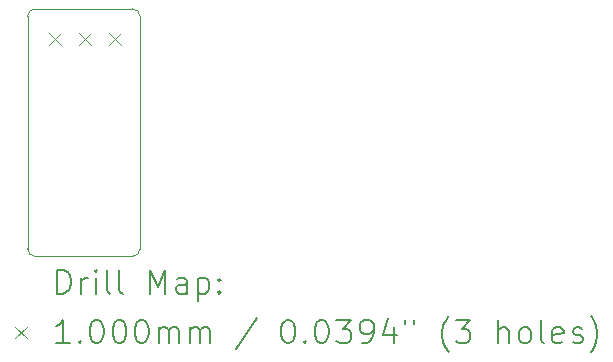
<source format=gbr>
%FSLAX45Y45*%
G04 Gerber Fmt 4.5, Leading zero omitted, Abs format (unit mm)*
G04 Created by KiCad (PCBNEW (6.0.2)) date 2022-09-22 18:35:55*
%MOMM*%
%LPD*%
G01*
G04 APERTURE LIST*
%TA.AperFunction,Profile*%
%ADD10C,0.100000*%
%TD*%
%ADD11C,0.200000*%
%ADD12C,0.100000*%
G04 APERTURE END LIST*
D10*
X15176500Y-10350500D02*
X14351000Y-10350500D01*
X14351000Y-8255000D02*
X15176500Y-8255000D01*
X15240000Y-8318500D02*
X15240000Y-10287000D01*
X15240000Y-8318500D02*
G75*
G03*
X15176500Y-8255000I-63500J0D01*
G01*
X14287500Y-10287000D02*
X14287500Y-8318500D01*
X14351000Y-8255000D02*
G75*
G03*
X14287500Y-8318500I0J-63500D01*
G01*
X14287500Y-10287000D02*
G75*
G03*
X14351000Y-10350500I63500J0D01*
G01*
X15176500Y-10350500D02*
G75*
G03*
X15240000Y-10287000I0J63500D01*
G01*
D11*
D12*
X14467600Y-8459000D02*
X14567600Y-8559000D01*
X14567600Y-8459000D02*
X14467600Y-8559000D01*
X14721600Y-8459000D02*
X14821600Y-8559000D01*
X14821600Y-8459000D02*
X14721600Y-8559000D01*
X14975600Y-8459000D02*
X15075600Y-8559000D01*
X15075600Y-8459000D02*
X14975600Y-8559000D01*
D11*
X14540119Y-10665976D02*
X14540119Y-10465976D01*
X14587738Y-10465976D01*
X14616309Y-10475500D01*
X14635357Y-10494548D01*
X14644881Y-10513595D01*
X14654405Y-10551690D01*
X14654405Y-10580262D01*
X14644881Y-10618357D01*
X14635357Y-10637405D01*
X14616309Y-10656452D01*
X14587738Y-10665976D01*
X14540119Y-10665976D01*
X14740119Y-10665976D02*
X14740119Y-10532643D01*
X14740119Y-10570738D02*
X14749643Y-10551690D01*
X14759167Y-10542167D01*
X14778214Y-10532643D01*
X14797262Y-10532643D01*
X14863928Y-10665976D02*
X14863928Y-10532643D01*
X14863928Y-10465976D02*
X14854405Y-10475500D01*
X14863928Y-10485024D01*
X14873452Y-10475500D01*
X14863928Y-10465976D01*
X14863928Y-10485024D01*
X14987738Y-10665976D02*
X14968690Y-10656452D01*
X14959167Y-10637405D01*
X14959167Y-10465976D01*
X15092500Y-10665976D02*
X15073452Y-10656452D01*
X15063928Y-10637405D01*
X15063928Y-10465976D01*
X15321071Y-10665976D02*
X15321071Y-10465976D01*
X15387738Y-10608833D01*
X15454405Y-10465976D01*
X15454405Y-10665976D01*
X15635357Y-10665976D02*
X15635357Y-10561214D01*
X15625833Y-10542167D01*
X15606786Y-10532643D01*
X15568690Y-10532643D01*
X15549643Y-10542167D01*
X15635357Y-10656452D02*
X15616309Y-10665976D01*
X15568690Y-10665976D01*
X15549643Y-10656452D01*
X15540119Y-10637405D01*
X15540119Y-10618357D01*
X15549643Y-10599310D01*
X15568690Y-10589786D01*
X15616309Y-10589786D01*
X15635357Y-10580262D01*
X15730595Y-10532643D02*
X15730595Y-10732643D01*
X15730595Y-10542167D02*
X15749643Y-10532643D01*
X15787738Y-10532643D01*
X15806786Y-10542167D01*
X15816309Y-10551690D01*
X15825833Y-10570738D01*
X15825833Y-10627881D01*
X15816309Y-10646929D01*
X15806786Y-10656452D01*
X15787738Y-10665976D01*
X15749643Y-10665976D01*
X15730595Y-10656452D01*
X15911548Y-10646929D02*
X15921071Y-10656452D01*
X15911548Y-10665976D01*
X15902024Y-10656452D01*
X15911548Y-10646929D01*
X15911548Y-10665976D01*
X15911548Y-10542167D02*
X15921071Y-10551690D01*
X15911548Y-10561214D01*
X15902024Y-10551690D01*
X15911548Y-10542167D01*
X15911548Y-10561214D01*
D12*
X14182500Y-10945500D02*
X14282500Y-11045500D01*
X14282500Y-10945500D02*
X14182500Y-11045500D01*
D11*
X14644881Y-11085976D02*
X14530595Y-11085976D01*
X14587738Y-11085976D02*
X14587738Y-10885976D01*
X14568690Y-10914548D01*
X14549643Y-10933595D01*
X14530595Y-10943119D01*
X14730595Y-11066929D02*
X14740119Y-11076452D01*
X14730595Y-11085976D01*
X14721071Y-11076452D01*
X14730595Y-11066929D01*
X14730595Y-11085976D01*
X14863928Y-10885976D02*
X14882976Y-10885976D01*
X14902024Y-10895500D01*
X14911548Y-10905024D01*
X14921071Y-10924071D01*
X14930595Y-10962167D01*
X14930595Y-11009786D01*
X14921071Y-11047881D01*
X14911548Y-11066929D01*
X14902024Y-11076452D01*
X14882976Y-11085976D01*
X14863928Y-11085976D01*
X14844881Y-11076452D01*
X14835357Y-11066929D01*
X14825833Y-11047881D01*
X14816309Y-11009786D01*
X14816309Y-10962167D01*
X14825833Y-10924071D01*
X14835357Y-10905024D01*
X14844881Y-10895500D01*
X14863928Y-10885976D01*
X15054405Y-10885976D02*
X15073452Y-10885976D01*
X15092500Y-10895500D01*
X15102024Y-10905024D01*
X15111548Y-10924071D01*
X15121071Y-10962167D01*
X15121071Y-11009786D01*
X15111548Y-11047881D01*
X15102024Y-11066929D01*
X15092500Y-11076452D01*
X15073452Y-11085976D01*
X15054405Y-11085976D01*
X15035357Y-11076452D01*
X15025833Y-11066929D01*
X15016309Y-11047881D01*
X15006786Y-11009786D01*
X15006786Y-10962167D01*
X15016309Y-10924071D01*
X15025833Y-10905024D01*
X15035357Y-10895500D01*
X15054405Y-10885976D01*
X15244881Y-10885976D02*
X15263928Y-10885976D01*
X15282976Y-10895500D01*
X15292500Y-10905024D01*
X15302024Y-10924071D01*
X15311548Y-10962167D01*
X15311548Y-11009786D01*
X15302024Y-11047881D01*
X15292500Y-11066929D01*
X15282976Y-11076452D01*
X15263928Y-11085976D01*
X15244881Y-11085976D01*
X15225833Y-11076452D01*
X15216309Y-11066929D01*
X15206786Y-11047881D01*
X15197262Y-11009786D01*
X15197262Y-10962167D01*
X15206786Y-10924071D01*
X15216309Y-10905024D01*
X15225833Y-10895500D01*
X15244881Y-10885976D01*
X15397262Y-11085976D02*
X15397262Y-10952643D01*
X15397262Y-10971690D02*
X15406786Y-10962167D01*
X15425833Y-10952643D01*
X15454405Y-10952643D01*
X15473452Y-10962167D01*
X15482976Y-10981214D01*
X15482976Y-11085976D01*
X15482976Y-10981214D02*
X15492500Y-10962167D01*
X15511548Y-10952643D01*
X15540119Y-10952643D01*
X15559167Y-10962167D01*
X15568690Y-10981214D01*
X15568690Y-11085976D01*
X15663928Y-11085976D02*
X15663928Y-10952643D01*
X15663928Y-10971690D02*
X15673452Y-10962167D01*
X15692500Y-10952643D01*
X15721071Y-10952643D01*
X15740119Y-10962167D01*
X15749643Y-10981214D01*
X15749643Y-11085976D01*
X15749643Y-10981214D02*
X15759167Y-10962167D01*
X15778214Y-10952643D01*
X15806786Y-10952643D01*
X15825833Y-10962167D01*
X15835357Y-10981214D01*
X15835357Y-11085976D01*
X16225833Y-10876452D02*
X16054405Y-11133595D01*
X16482976Y-10885976D02*
X16502024Y-10885976D01*
X16521071Y-10895500D01*
X16530595Y-10905024D01*
X16540119Y-10924071D01*
X16549643Y-10962167D01*
X16549643Y-11009786D01*
X16540119Y-11047881D01*
X16530595Y-11066929D01*
X16521071Y-11076452D01*
X16502024Y-11085976D01*
X16482976Y-11085976D01*
X16463928Y-11076452D01*
X16454405Y-11066929D01*
X16444881Y-11047881D01*
X16435357Y-11009786D01*
X16435357Y-10962167D01*
X16444881Y-10924071D01*
X16454405Y-10905024D01*
X16463928Y-10895500D01*
X16482976Y-10885976D01*
X16635357Y-11066929D02*
X16644881Y-11076452D01*
X16635357Y-11085976D01*
X16625833Y-11076452D01*
X16635357Y-11066929D01*
X16635357Y-11085976D01*
X16768690Y-10885976D02*
X16787738Y-10885976D01*
X16806786Y-10895500D01*
X16816310Y-10905024D01*
X16825833Y-10924071D01*
X16835357Y-10962167D01*
X16835357Y-11009786D01*
X16825833Y-11047881D01*
X16816310Y-11066929D01*
X16806786Y-11076452D01*
X16787738Y-11085976D01*
X16768690Y-11085976D01*
X16749643Y-11076452D01*
X16740119Y-11066929D01*
X16730595Y-11047881D01*
X16721071Y-11009786D01*
X16721071Y-10962167D01*
X16730595Y-10924071D01*
X16740119Y-10905024D01*
X16749643Y-10895500D01*
X16768690Y-10885976D01*
X16902024Y-10885976D02*
X17025833Y-10885976D01*
X16959167Y-10962167D01*
X16987738Y-10962167D01*
X17006786Y-10971690D01*
X17016310Y-10981214D01*
X17025833Y-11000262D01*
X17025833Y-11047881D01*
X17016310Y-11066929D01*
X17006786Y-11076452D01*
X16987738Y-11085976D01*
X16930595Y-11085976D01*
X16911548Y-11076452D01*
X16902024Y-11066929D01*
X17121071Y-11085976D02*
X17159167Y-11085976D01*
X17178214Y-11076452D01*
X17187738Y-11066929D01*
X17206786Y-11038357D01*
X17216310Y-11000262D01*
X17216310Y-10924071D01*
X17206786Y-10905024D01*
X17197262Y-10895500D01*
X17178214Y-10885976D01*
X17140119Y-10885976D01*
X17121071Y-10895500D01*
X17111548Y-10905024D01*
X17102024Y-10924071D01*
X17102024Y-10971690D01*
X17111548Y-10990738D01*
X17121071Y-11000262D01*
X17140119Y-11009786D01*
X17178214Y-11009786D01*
X17197262Y-11000262D01*
X17206786Y-10990738D01*
X17216310Y-10971690D01*
X17387738Y-10952643D02*
X17387738Y-11085976D01*
X17340119Y-10876452D02*
X17292500Y-11019310D01*
X17416310Y-11019310D01*
X17482976Y-10885976D02*
X17482976Y-10924071D01*
X17559167Y-10885976D02*
X17559167Y-10924071D01*
X17854405Y-11162167D02*
X17844881Y-11152643D01*
X17825833Y-11124071D01*
X17816310Y-11105024D01*
X17806786Y-11076452D01*
X17797262Y-11028833D01*
X17797262Y-10990738D01*
X17806786Y-10943119D01*
X17816310Y-10914548D01*
X17825833Y-10895500D01*
X17844881Y-10866929D01*
X17854405Y-10857405D01*
X17911548Y-10885976D02*
X18035357Y-10885976D01*
X17968690Y-10962167D01*
X17997262Y-10962167D01*
X18016310Y-10971690D01*
X18025833Y-10981214D01*
X18035357Y-11000262D01*
X18035357Y-11047881D01*
X18025833Y-11066929D01*
X18016310Y-11076452D01*
X17997262Y-11085976D01*
X17940119Y-11085976D01*
X17921071Y-11076452D01*
X17911548Y-11066929D01*
X18273452Y-11085976D02*
X18273452Y-10885976D01*
X18359167Y-11085976D02*
X18359167Y-10981214D01*
X18349643Y-10962167D01*
X18330595Y-10952643D01*
X18302024Y-10952643D01*
X18282976Y-10962167D01*
X18273452Y-10971690D01*
X18482976Y-11085976D02*
X18463929Y-11076452D01*
X18454405Y-11066929D01*
X18444881Y-11047881D01*
X18444881Y-10990738D01*
X18454405Y-10971690D01*
X18463929Y-10962167D01*
X18482976Y-10952643D01*
X18511548Y-10952643D01*
X18530595Y-10962167D01*
X18540119Y-10971690D01*
X18549643Y-10990738D01*
X18549643Y-11047881D01*
X18540119Y-11066929D01*
X18530595Y-11076452D01*
X18511548Y-11085976D01*
X18482976Y-11085976D01*
X18663929Y-11085976D02*
X18644881Y-11076452D01*
X18635357Y-11057405D01*
X18635357Y-10885976D01*
X18816310Y-11076452D02*
X18797262Y-11085976D01*
X18759167Y-11085976D01*
X18740119Y-11076452D01*
X18730595Y-11057405D01*
X18730595Y-10981214D01*
X18740119Y-10962167D01*
X18759167Y-10952643D01*
X18797262Y-10952643D01*
X18816310Y-10962167D01*
X18825833Y-10981214D01*
X18825833Y-11000262D01*
X18730595Y-11019310D01*
X18902024Y-11076452D02*
X18921071Y-11085976D01*
X18959167Y-11085976D01*
X18978214Y-11076452D01*
X18987738Y-11057405D01*
X18987738Y-11047881D01*
X18978214Y-11028833D01*
X18959167Y-11019310D01*
X18930595Y-11019310D01*
X18911548Y-11009786D01*
X18902024Y-10990738D01*
X18902024Y-10981214D01*
X18911548Y-10962167D01*
X18930595Y-10952643D01*
X18959167Y-10952643D01*
X18978214Y-10962167D01*
X19054405Y-11162167D02*
X19063929Y-11152643D01*
X19082976Y-11124071D01*
X19092500Y-11105024D01*
X19102024Y-11076452D01*
X19111548Y-11028833D01*
X19111548Y-10990738D01*
X19102024Y-10943119D01*
X19092500Y-10914548D01*
X19082976Y-10895500D01*
X19063929Y-10866929D01*
X19054405Y-10857405D01*
M02*

</source>
